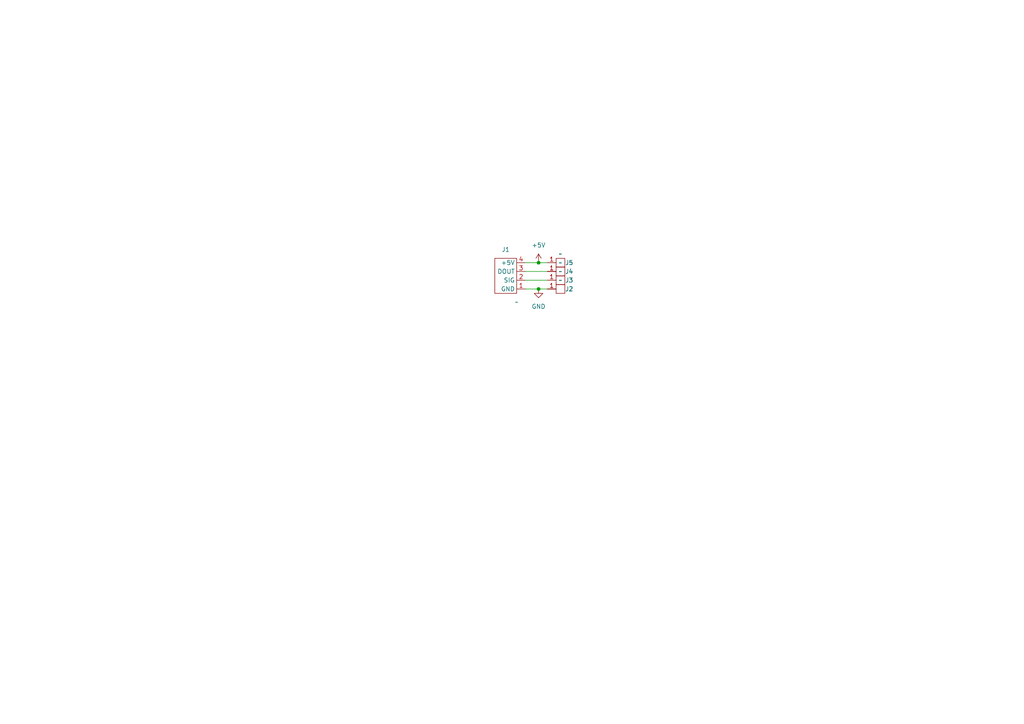
<source format=kicad_sch>
(kicad_sch (version 20230121) (generator eeschema)
  (paper "A4")
  (title_block (title "Block Party Cube Top Board") (date "2024-02-13") (rev "1.0") (company "Block Party"))
  (lib_symbols
    (symbol "Quinn_lib:HDR-M-2.54_1x1"
      (property "Reference" "J" (at 0 -2.54 0))
      (symbol "HDR-M-2.54_1x1_0_1"
        (rectangle (start -1.27 -1.27) (end 1.27 -3.81))
      )
      (symbol "HDR-M-2.54_1x1_1_1"
        (pin input line (at -3.81 -2.54 0) (length 2.54) (name "") (number "1"))
      )
    )
    (symbol "Quinn_lib:Top_Block"
      (property "Reference" "J" (at 0 0 0))
      (symbol "Top_Block_0_1"
        (rectangle (start 0 -2.54) (end 6.35 -12.7))
      )
      (symbol "Top_Block_1_1"
        (pin power_out line (at -2.54 -3.81 0) (length 2.54) (name "GND") (number "1"))
        (pin input line (at -2.54 -6.35 0) (length 2.54) (name "SIG") (number "2"))
        (pin output line (at -2.54 -8.89 0) (length 2.54) (name "DOUT") (number "3"))
        (pin power_out line (at -2.54 -11.43 0) (length 2.54) (name "+5V") (number "4"))
      )
    )
    (symbol "power:+5V" (power) (pin_names (offset 0))
      (property "Value" "+5V" (at 0 3.556 0))
      (symbol "+5V_0_1"
        (polyline (pts (xy -0.762 1.27) (xy 0 2.54)))
        (polyline (pts (xy 0 0) (xy 0 2.54)))
        (polyline (pts (xy 0 2.54) (xy 0.762 1.27)))
      )
      (symbol "+5V_1_1"
        (pin power_in line (at 0 0 90) (length 0) hide (name "+5V") (number "1"))
      )
    )
    (symbol "power:GND" (power) (pin_names (offset 0))
      (property "Value" "GND" (at 0 -3.81 0))
      (symbol "GND_0_1"
        (polyline (pts (xy 0 0) (xy 0 -1.27) (xy 1.27 -1.27) (xy 0 -2.54) (xy -1.27 -1.27) (xy 0 -1.27)))
      )
      (symbol "GND_1_1"
        (pin power_in line (at 0 0 270) (length 0) hide (name "GND") (number "1"))
      )
    )
  )
  (junction (at 156.21 83.82))
  (junction (at 156.21 76.2))
  (wire (pts (xy 152.4 78.74) (xy 158.75 78.74)))
  (wire (pts (xy 152.4 76.2) (xy 156.21 76.2)))
  (wire (pts (xy 156.21 76.2) (xy 158.75 76.2)))
  (wire (pts (xy 152.4 83.82) (xy 156.21 83.82)))
  (wire (pts (xy 156.21 83.82) (xy 158.75 83.82)))
  (wire (pts (xy 152.4 81.28) (xy 158.75 81.28)))
  (symbol (lib_id "Quinn_lib:Top_Block") (at 149.86 87.63 180) (unit 1)
    (property "Reference" "J1" (at 146.685 72.39 0))
    (property "Value" "~" (at 149.86 87.63 0))
    (property "Footprint" "Quinn_lib:Top Block Connector" (effects hide))
  )
  (symbol (lib_id "Quinn_lib:HDR-M-2.54_1x1") (at 162.56 76.2 0) (unit 1)
    (property "Reference" "J4" (at 165.1 78.74 0))
    (property "Value" "~" (at 162.56 76.2 0))
    (property "Footprint" "Connector_PinHeader_2.54mm:PinHeader_1x01_P2.54mm_Vertical" (effects hide))
  )
  (symbol (lib_id "power:+5V") (at 156.21 76.2 0) (unit 1)
    (property "Reference" "#PWR02" (effects hide))
    (property "Value" "+5V" (at 156.21 71.12 0))
  )
  (symbol (lib_id "Quinn_lib:HDR-M-2.54_1x1") (at 162.56 81.28 0) (unit 1)
    (property "Reference" "J2" (at 165.1 83.82 0))
    (property "Value" "~" (at 162.56 81.28 0))
    (property "Footprint" "Connector_PinHeader_2.54mm:PinHeader_1x01_P2.54mm_Vertical" (effects hide))
  )
  (symbol (lib_id "Quinn_lib:HDR-M-2.54_1x1") (at 162.56 78.74 0) (unit 1)
    (property "Reference" "J3" (at 165.1 81.28 0))
    (property "Value" "~" (at 162.56 78.74 0))
    (property "Footprint" "Connector_PinHeader_2.54mm:PinHeader_1x01_P2.54mm_Vertical" (effects hide))
  )
  (symbol (lib_id "power:GND") (at 156.21 83.82 0) (unit 1)
    (property "Reference" "#PWR01" (effects hide))
    (property "Value" "GND" (at 156.21 88.9 0))
  )
  (symbol (lib_id "Quinn_lib:HDR-M-2.54_1x1") (at 162.56 73.66 0) (unit 1)
    (property "Reference" "J5" (at 165.1 76.2 0))
    (property "Value" "~" (at 162.56 73.66 0))
    (property "Footprint" "Connector_PinHeader_2.54mm:PinHeader_1x01_P2.54mm_Vertical" (effects hide))
  )
)
</source>
